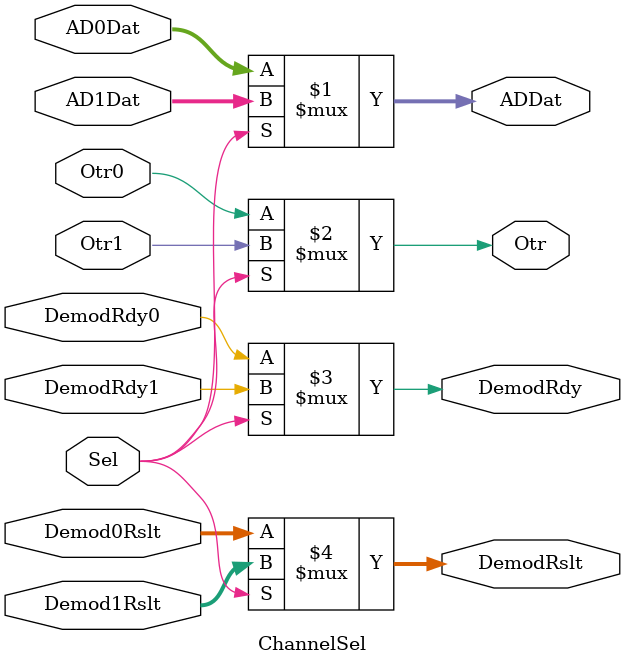
<source format=v>
`timescale 1ns/1ps

module ChannelSel
(
    Sel, Otr0, Otr1, AD0Dat, AD1Dat,
	 Otr, ADDat,
	 DemodRdy0, DemodRdy1,
	 DemodRdy,
	 Demod0Rslt, Demod1Rslt,
	 DemodRslt 
);
    //Parameters

	 
	 
	 //Define
	 
	 
	 //Interface
	 input Sel;
	 
	 input [13:0] AD0Dat, AD1Dat;
	 input Otr0, Otr1;
	 output [13:0] ADDat;
	 output Otr;
	             
	 input DemodRdy0, DemodRdy1;
	 input [31:0] Demod0Rslt, Demod1Rslt;
	 output [31:0] DemodRslt;
	 output DemodRdy;
	 
	 
	 
	 assign ADDat = Sel? AD1Dat : AD0Dat;
	 assign Otr =  Sel? Otr1 : Otr0;
	 
	 assign DemodRdy = Sel? DemodRdy1 : DemodRdy0;
	 assign DemodRslt = Sel? Demod1Rslt : Demod0Rslt;

endmodule

	 
	 

</source>
